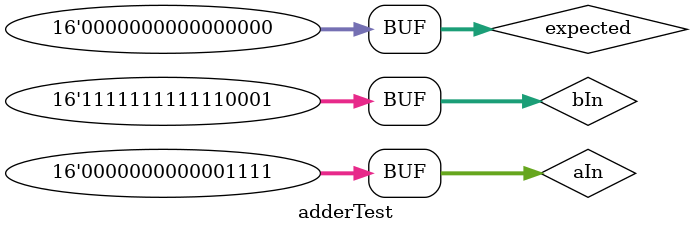
<source format=v>
`timescale 1ns / 1ps


module adderTest;

	// Inputs
	reg [15:0] aIn;
	reg [15:0] bIn;

	// Outputs
	wire [15:0] out;
	reg [15:0] expected;

	// Instantiate the Unit Under Test (UUT)
	adder16bit uut (
		.aIn(aIn), 
		.bIn(bIn), 
		.out(out)
	);

	initial begin
		// Initialize Inputs
		aIn = 0;
		bIn = 0;

		// Wait 100 ns for global reset to finish
		#100;
        
		aIn = 15; bIn = 15; expected = 30; #10;
		aIn = 0; bIn = 67; expected = 67; #10;
		aIn = 15; bIn = 0; expected = 15; #10;
		aIn = -5; bIn = 12; expected = 7; #10;
		aIn = 15; bIn = -15; expected = 0; #10;

	end
      
endmodule


</source>
